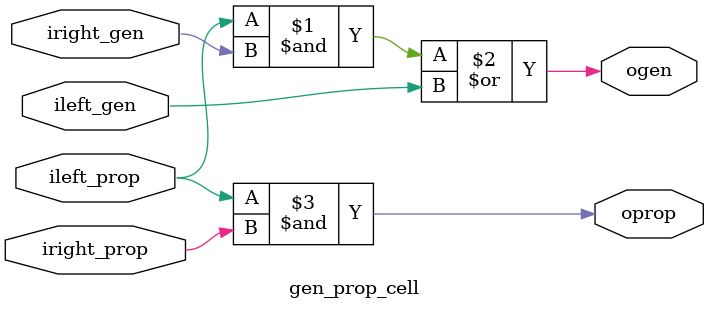
<source format=v>

module gen_prop_cell
	(
	input ileft_gen, iright_gen,
	input ileft_prop, iright_prop,
	output ogen, oprop
	);

	assign ogen = (ileft_prop & iright_gen) | ileft_gen;
	assign oprop = ileft_prop & iright_prop;

endmodule

</source>
